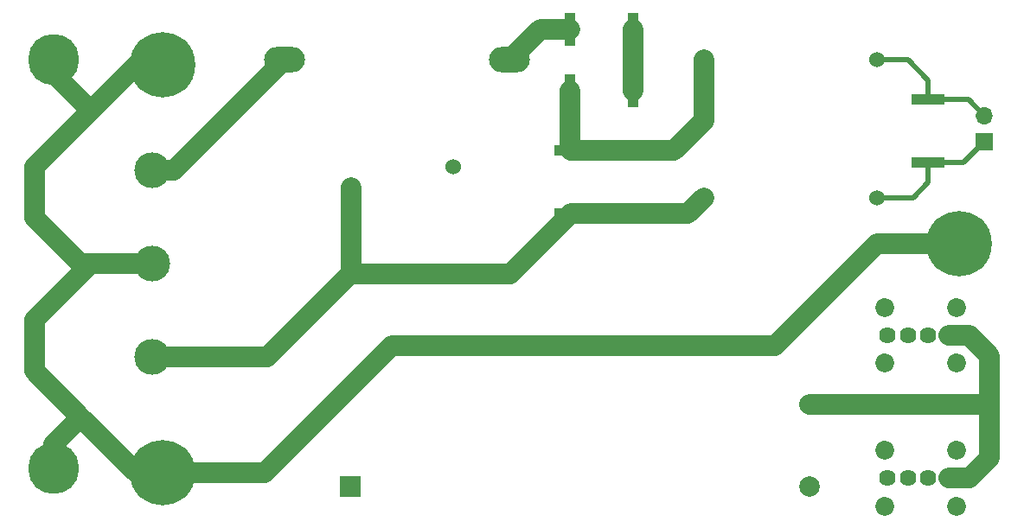
<source format=gbr>
G04 #@! TF.FileFunction,Copper,L1,Top,Signal*
%FSLAX46Y46*%
G04 Gerber Fmt 4.6, Leading zero omitted, Abs format (unit mm)*
G04 Created by KiCad (PCBNEW 4.0.7) date 08/27/18 20:28:57*
%MOMM*%
%LPD*%
G01*
G04 APERTURE LIST*
%ADD10C,0.100000*%
%ADD11C,1.524000*%
%ADD12C,6.400000*%
%ADD13C,2.000000*%
%ADD14R,2.000000X2.000000*%
%ADD15O,4.000000X2.500000*%
%ADD16R,1.700000X1.700000*%
%ADD17O,1.700000X1.700000*%
%ADD18C,1.620000*%
%ADD19C,1.850000*%
%ADD20C,3.500000*%
%ADD21C,5.000000*%
%ADD22R,1.000000X3.200000*%
%ADD23R,3.200000X1.000000*%
%ADD24C,2.000000*%
%ADD25C,0.500000*%
G04 APERTURE END LIST*
D10*
D11*
X123000000Y-57000000D03*
X123000000Y-70500000D03*
X140000000Y-57000000D03*
X140000000Y-70500000D03*
D12*
X70000000Y-97500000D03*
X70000000Y-57500000D03*
D13*
X133400000Y-90800000D03*
X133400000Y-98800000D03*
X88400000Y-78000000D03*
D14*
X88400000Y-98800000D03*
D15*
X82000000Y-57000000D03*
X104000000Y-57000000D03*
D16*
X150500000Y-65000000D03*
D17*
X150500000Y-62460000D03*
D18*
X147000000Y-98000000D03*
X145000000Y-98000000D03*
X143000000Y-98000000D03*
D19*
X147730000Y-100720000D03*
D18*
X141000000Y-98000000D03*
D19*
X140730000Y-100720000D03*
X147730000Y-95280000D03*
X140730000Y-95280000D03*
D18*
X147000000Y-84000000D03*
X145000000Y-84000000D03*
X143000000Y-84000000D03*
D19*
X147730000Y-86720000D03*
D18*
X141000000Y-84000000D03*
D19*
X140730000Y-86720000D03*
X147730000Y-81280000D03*
X140730000Y-81280000D03*
D20*
X69000000Y-77000000D03*
X69000000Y-86140000D03*
X69000000Y-67860000D03*
D21*
X59350000Y-97000000D03*
X59350000Y-57000000D03*
D11*
X98500000Y-67500000D03*
X88500000Y-69500000D03*
D12*
X148000000Y-75000000D03*
D22*
X116100000Y-60000000D03*
X109900000Y-60000000D03*
X116100000Y-54000000D03*
X109900000Y-54000000D03*
D23*
X110000000Y-65900000D03*
X110000000Y-72100000D03*
X145000000Y-67100000D03*
X145000000Y-60900000D03*
D24*
X71140000Y-67860000D02*
X82000000Y-57000000D01*
X69000000Y-67860000D02*
X71140000Y-67860000D01*
X104000000Y-57000000D02*
X107000000Y-54000000D01*
X107000000Y-54000000D02*
X109900000Y-54000000D01*
D25*
X145000000Y-67100000D02*
X148400000Y-67100000D01*
X148400000Y-67100000D02*
X150500000Y-65000000D01*
X140000000Y-70500000D02*
X143500000Y-70500000D01*
X145000000Y-69000000D02*
X145000000Y-67100000D01*
X143500000Y-70500000D02*
X145000000Y-69000000D01*
X145000000Y-60900000D02*
X148940000Y-60900000D01*
X148940000Y-60900000D02*
X150500000Y-62460000D01*
X140000000Y-57000000D02*
X143000000Y-57000000D01*
X145000000Y-59000000D02*
X145000000Y-60900000D01*
X143000000Y-57000000D02*
X145000000Y-59000000D01*
X140000000Y-57000000D02*
X140450000Y-57000000D01*
D24*
X133400000Y-90800000D02*
X151000000Y-90800000D01*
X151000000Y-90800000D02*
X151000000Y-91000000D01*
X147000000Y-98000000D02*
X149000000Y-98000000D01*
X149000000Y-84000000D02*
X147000000Y-84000000D01*
X151000000Y-86000000D02*
X149000000Y-84000000D01*
X151000000Y-96000000D02*
X151000000Y-91000000D01*
X151000000Y-91000000D02*
X151000000Y-86000000D01*
X149000000Y-98000000D02*
X151000000Y-96000000D01*
X59350000Y-97000000D02*
X59350000Y-94650000D01*
X59350000Y-94650000D02*
X62000000Y-92000000D01*
X59350000Y-57000000D02*
X59350000Y-58350000D01*
X59350000Y-58350000D02*
X63000000Y-62000000D01*
X70000000Y-97500000D02*
X80000000Y-97500000D01*
X140000000Y-75000000D02*
X148000000Y-75000000D01*
X130000000Y-85000000D02*
X140000000Y-75000000D01*
X92500000Y-85000000D02*
X130000000Y-85000000D01*
X80000000Y-97500000D02*
X92500000Y-85000000D01*
X62500000Y-77000000D02*
X62500000Y-77500000D01*
X57500000Y-87500000D02*
X62000000Y-92000000D01*
X62000000Y-92000000D02*
X67500000Y-97500000D01*
X57500000Y-82500000D02*
X57500000Y-87500000D01*
X62500000Y-77500000D02*
X57500000Y-82500000D01*
X67500000Y-97500000D02*
X70000000Y-97500000D01*
X69000000Y-77000000D02*
X62500000Y-77000000D01*
X62500000Y-77000000D02*
X62000000Y-77000000D01*
X57500000Y-67500000D02*
X63000000Y-62000000D01*
X63000000Y-62000000D02*
X67500000Y-57500000D01*
X57500000Y-72500000D02*
X57500000Y-67500000D01*
X62000000Y-77000000D02*
X57500000Y-72500000D01*
X67500000Y-57500000D02*
X70000000Y-57500000D01*
X110000000Y-72100000D02*
X121400000Y-72100000D01*
X121400000Y-72100000D02*
X123000000Y-70500000D01*
X88400000Y-78000000D02*
X104100000Y-78000000D01*
X104100000Y-78000000D02*
X110000000Y-72100000D01*
X69000000Y-86140000D02*
X80260000Y-86140000D01*
X80260000Y-86140000D02*
X88400000Y-78000000D01*
X88500000Y-77900000D02*
X88500000Y-69500000D01*
X116100000Y-54000000D02*
X116100000Y-60000000D01*
X110000000Y-65900000D02*
X120100000Y-65900000D01*
X123000000Y-63000000D02*
X123000000Y-57000000D01*
X120100000Y-65900000D02*
X123000000Y-63000000D01*
X109900000Y-60000000D02*
X109900000Y-65800000D01*
X109900000Y-65800000D02*
X110000000Y-65900000D01*
M02*

</source>
